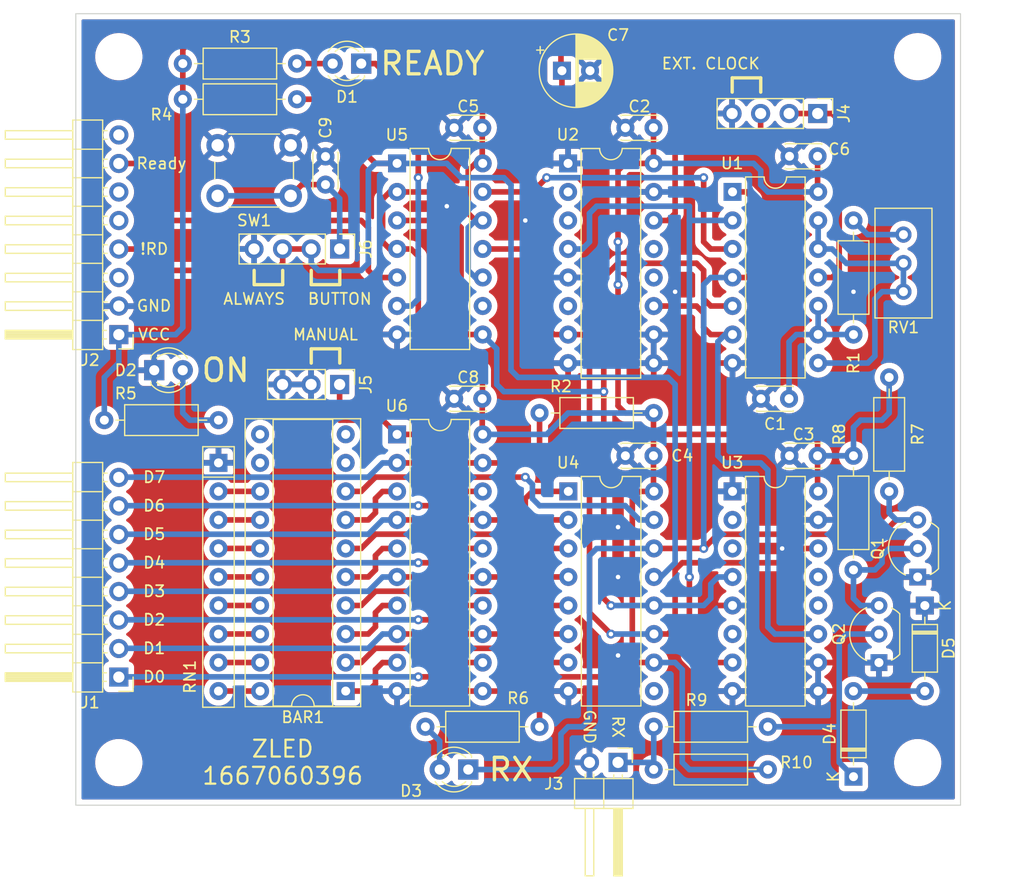
<source format=kicad_pcb>
(kicad_pcb (version 20211014) (generator pcbnew)
  (layers (0 "F.Cu" signal) (31 "B.Cu" signal) (34 "B.Paste" user) (35 "F.Paste" user) (36 "B.SilkS" user "B.Silkscreen") (37 "F.SilkS" user "F.Silkscreen") (38 "B.Mask" user) (39 "F.Mask" user) (44 "Edge.Cuts" user))
  (net 0 "")
  (net 1 "/DO7")
  (net 2 "/DO6")
  (net 3 "/DO5")
  (net 4 "/DO4")
  (net 5 "/DO3")
  (net 6 "/DO2")
  (net 7 "/DO1")
  (net 8 "/DO0")
  (net 13 "Net-(BAR1-Pad13)")
  (net 14 "Net-(BAR1-Pad14)")
  (net 15 "Net-(BAR1-Pad15)")
  (net 16 "Net-(BAR1-Pad16)")
  (net 17 "Net-(BAR1-Pad17)")
  (net 18 "Net-(BAR1-Pad18)")
  (net 19 "Net-(BAR1-Pad19)")
  (net 20 "Net-(BAR1-Pad20)")
  (net 21 "Net-(C1-Pad1)")
  (net 22 "GND")
  (net 23 "VCC")
  (net 24 "Net-(C9-Pad1)")
  (net 25 "Net-(D1-Pad1)")
  (net 26 "Net-(D1-Pad2)")
  (net 27 "/D0")
  (net 28 "/D1")
  (net 29 "/D2")
  (net 30 "/D3")
  (net 31 "/D4")
  (net 32 "/D5")
  (net 33 "/D6")
  (net 34 "/D7")
  (net 36 "Net-(J2-Pad4)")
  (net 39 "Net-(J2-Pad7)")
  (net 41 "Net-(J3-Pad1)")
  (net 42 "Net-(J4-Pad1)")
  (net 43 "Net-(J4-Pad3)")
  (net 44 "Net-(J5-Pad1)")
  (net 45 "Net-(R1-Pad2)")
  (net 46 "Net-(D3-Pad1)")
  (net 47 "Net-(U1-Pad2)")
  (net 48 "Net-(U1-Pad3)")
  (net 49 "Net-(U1-Pad5)")
  (net 50 "Net-(U1-Pad6)")
  (net 54 "Net-(U2-Pad7)")
  (net 64 "Net-(D2-Pad2)")
  (net 65 "Net-(U1-Pad12)")
  (net 66 "Net-(D3-Pad2)")
  (net 67 "Net-(D4-Pad1)")
  (net 68 "Net-(D4-Pad2)")
  (net 69 "Net-(Q1-Pad2)")
  (footprint "Button_Switch_THT:SW_PUSH_6mm" (layer "F.Cu") (at 132.005 73.95)
    (fp_text reference "SW1")
    (fp_text value "SW_Push")
  )
  (footprint "Package_DIP:DIP-14_W7.62mm" (layer "F.Cu") (at 147.975 75.56)
    (fp_text reference "U5")
    (fp_text value "74HC74")
  )
  (footprint "Capacitor_THT:C_Disc_D3.0mm_W2.0mm_P2.50mm" (layer "F.Cu") (at 182.86 96.52 180)
    (fp_text reference "C1")
    (fp_text value "560pF")
  )
  (footprint "Capacitor_THT:C_Disc_D3.0mm_W2.0mm_P2.50mm" (layer "F.Cu") (at 185.4 101.6 180)
    (fp_text reference "C3")
    (fp_text value "100nF")
  )
  (footprint "Resistor_THT:R_Axial_DIN0207_L6.3mm_D2.5mm_P10.16mm_Horizontal" (layer "F.Cu") (at 188.595 111.76 90)
    (fp_text reference "R8")
    (fp_text value "4k7")
  )
  (footprint "Connector_PinHeader_2.54mm:PinHeader_1x04_P2.54mm_Vertical" (layer "F.Cu") (at 185.41 71.12 -90)
    (fp_text reference "J4")
    (fp_text value "Clock select")
  )
  (footprint "LED_THT:LED_D3.0mm" (layer "F.Cu") (at 126.36 93.98)
    (fp_text reference "D2")
    (fp_text value "LED")
  )
  (footprint "Resistor_THT:R_Axial_DIN0207_L6.3mm_D2.5mm_P10.16mm_Horizontal" (layer "F.Cu") (at 160.655 97.79)
    (fp_text reference "R2")
    (fp_text value "10k")
  )
  (footprint "Capacitor_THT:C_Disc_D3.0mm_W2.0mm_P2.50mm" (layer "F.Cu") (at 185.4 74.93 180)
    (fp_text reference "C6")
    (fp_text value "100nF")
  )
  (footprint "Resistor_THT:R_Array_SIP9" (layer "F.Cu") (at 132.08 102.23 -90)
    (fp_text reference "RN1")
    (fp_text value "R_Network08")
  )
  (footprint "Package_TO_SOT_THT:TO-92_Inline_Wide" (layer "F.Cu") (at 190.86 120.015 90)
    (fp_text reference "Q2")
    (fp_text value "2N7000")
  )
  (footprint "Capacitor_THT:C_Disc_D3.0mm_W2.0mm_P2.50mm" (layer "F.Cu") (at 141.605 77.45 90)
    (fp_text reference "C9")
    (fp_text value "100nF")
  )
  (footprint "Connector_PinHeader_2.54mm:PinHeader_1x04_P2.54mm_Vertical" (layer "F.Cu") (at 142.865 83.185 -90)
    (fp_text reference "J6")
    (fp_text value "Mode select")
  )
  (footprint "Capacitor_THT:C_Disc_D3.0mm_W2.0mm_P2.50mm" (layer "F.Cu") (at 155.555 96.52 180)
    (fp_text reference "C8")
    (fp_text value "100nF")
  )
  (footprint "Resistor_THT:R_Axial_DIN0207_L6.3mm_D2.5mm_P10.16mm_Horizontal" (layer "F.Cu") (at 128.905 66.675)
    (fp_text reference "R3")
    (fp_text value "1k")
  )
  (footprint "Connector_PinHeader_2.54mm:PinHeader_1x08_P2.54mm_Horizontal" (layer "F.Cu") (at 123.21 90.81 180)
    (fp_text reference "J2")
    (fp_text value "CONTROL")
  )
  (footprint "Connector_PinHeader_2.54mm:PinHeader_1x03_P2.54mm_Vertical" (layer "F.Cu") (at 142.86 95.25 -90)
    (fp_text reference "J5")
    (fp_text value "LED enable")
  )
  (footprint "Resistor_THT:R_Axial_DIN0207_L6.3mm_D2.5mm_P10.16mm_Horizontal" (layer "F.Cu") (at 188.595 90.805 90)
    (fp_text reference "R1")
    (fp_text value "10k")
  )
  (footprint "LED_THT:LED_D3.0mm" (layer "F.Cu") (at 144.785 66.675 180)
    (fp_text reference "D1")
    (fp_text value "LED")
  )
  (footprint "Resistor_THT:R_Axial_DIN0207_L6.3mm_D2.5mm_P10.16mm_Horizontal" (layer "F.Cu") (at 121.92 98.425)
    (fp_text reference "R5")
    (fp_text value "1k")
  )
  (footprint "Connector_PinHeader_2.54mm:PinHeader_1x02_P2.54mm_Horizontal" (layer "F.Cu") (at 167.64 128.905 -90)
    (fp_text reference "J3")
    (fp_text value "RX")
  )
  (footprint "MountingHole:MountingHole_3.2mm_M3" (layer "F.Cu") (at 194.31 66.06)
    (fp_text reference "REF**")
    (fp_text value "MountingHole_3.2mm_M3")
  )
  (footprint "MountingHole:MountingHole_3.2mm_M3" (layer "F.Cu") (at 123.21 66.06)
    (fp_text reference "REF**")
    (fp_text value "MountingHole_3.2mm_M3")
  )
  (footprint "Package_DIP:DIP-20_W7.62mm_Socket" (layer "F.Cu") (at 143.4025 122.55 180)
    (fp_text reference "BAR1")
    (fp_text value "HDSP-4830_2")
  )
  (footprint "Diode_THT:D_DO-35_SOD27_P7.62mm_Horizontal" (layer "F.Cu") (at 188.595 130.175 90)
    (fp_text reference "D4")
    (fp_text value "15V")
  )
  (footprint "Diode_THT:D_DO-35_SOD27_P7.62mm_Horizontal" (layer "F.Cu") (at 194.945 114.935 -90)
    (fp_text reference "D5")
    (fp_text value "15V")
  )
  (footprint "Resistor_THT:R_Axial_DIN0207_L6.3mm_D2.5mm_P10.16mm_Horizontal" (layer "F.Cu") (at 191.77 104.775 90)
    (fp_text reference "R7")
    (fp_text value "1k")
  )
  (footprint "Resistor_THT:R_Axial_DIN0207_L6.3mm_D2.5mm_P10.16mm_Horizontal" (layer "F.Cu") (at 170.815 125.73)
    (fp_text reference "R9")
    (fp_text value "510")
  )
  (footprint "Package_DIP:DIP-16_W7.62mm" (layer "F.Cu") (at 163.215 104.77)
    (fp_text reference "U4")
    (fp_text value "74HC595")
  )
  (footprint "MountingHole:MountingHole_3.2mm_M3" (layer "F.Cu") (at 123.21 128.925)
    (fp_text reference "REF**")
    (fp_text value "MountingHole_3.2mm_M3")
  )
  (footprint "Capacitor_THT:C_Disc_D3.0mm_W2.0mm_P2.50mm" (layer "F.Cu") (at 170.795 101.6 180)
    (fp_text reference "C4")
    (fp_text value "100nF")
  )
  (footprint "Package_DIP:DIP-20_W7.62mm" (layer "F.Cu") (at 147.975 99.695)
    (fp_text reference "U6")
    (fp_text value "74LS244")
  )
  (footprint "Capacitor_THT:C_Disc_D3.0mm_W2.0mm_P2.50mm" (layer "F.Cu") (at 170.795 72.39 180)
    (fp_text reference "C2")
    (fp_text value "100nF")
  )
  (footprint "Package_DIP:DIP-14_W7.62mm" (layer "F.Cu") (at 177.83 78.1)
    (fp_text reference "U1")
    (fp_text value "74HC132")
  )
  (footprint "Resistor_THT:R_Axial_DIN0207_L6.3mm_D2.5mm_P10.16mm_Horizontal" (layer "F.Cu") (at 170.815 129.54)
    (fp_text reference "R10")
    (fp_text value "20k")
  )
  (footprint "MountingHole:MountingHole_3.2mm_M3" (layer "F.Cu") (at 194.31 128.925)
    (fp_text reference "REF**")
    (fp_text value "MountingHole_3.2mm_M3")
  )
  (footprint "Potentiometer_THT:Potentiometer_Bourns_3296W_Vertical" (layer "F.Cu") (at 193.04 81.905 90)
    (fp_text reference "RV1")
    (fp_text value "10k")
  )
  (footprint "Resistor_THT:R_Axial_DIN0207_L6.3mm_D2.5mm_P10.16mm_Horizontal" (layer "F.Cu") (at 160.655 125.73 180)
    (fp_text reference "R6")
    (fp_text value "1k")
  )
  (footprint "Resistor_THT:R_Axial_DIN0207_L6.3mm_D2.5mm_P10.16mm_Horizontal" (layer "F.Cu") (at 139.065 69.85 180)
    (fp_text reference "R4")
    (fp_text value "10k")
  )
  (footprint "LED_THT:LED_D3.0mm" (layer "F.Cu") (at 154.31 129.54 180)
    (fp_text reference "D3")
    (fp_text value "LED")
  )
  (footprint "Package_DIP:DIP-16_W7.62mm" (layer "F.Cu") (at 177.83 104.77)
    (fp_text reference "U3")
    (fp_text value "74HC191")
  )
  (footprint "Package_TO_SOT_THT:TO-92_Inline_Wide" (layer "F.Cu") (at 194.31 112.395 90)
    (fp_text reference "Q1")
    (fp_text value "2N7000")
  )
  (footprint "Capacitor_THT:C_Disc_D3.0mm_W2.0mm_P2.50mm" (layer "F.Cu") (at 155.555 72.39 180)
    (fp_text reference "C5")
    (fp_text value "100nF")
  )
  (footprint "Package_DIP:DIP-16_W7.62mm" (layer "F.Cu") (at 163.195 75.565)
    (fp_text reference "U2")
    (fp_text value "74HC191")
  )
  (footprint "Connector_PinHeader_2.54mm:PinHeader_1x08_P2.54mm_Horizontal" (layer "F.Cu") (at 123.21 121.305 180)
    (fp_text reference "J1")
    (fp_text value "DATA")
  )
  (footprint "Capacitor_THT:CP_Radial_D6.3mm_P2.50mm" (layer "F.Cu") (at 162.647621 67.31)
    (fp_text reference "C7")
    (fp_text value "100uF")
  )
  (gr_line (start 142.875 86.36) (end 142.875 85.09) (layer "F.SilkS") (width 0.3))
  (gr_line (start 140.335 86.36) (end 142.875 86.36) (layer "F.SilkS") (width 0.3))
  (gr_line (start 137.795 86.36) (end 137.795 85.09) (layer "F.SilkS") (width 0.3))
  (gr_line (start 180.34 67.945) (end 177.8 67.945) (layer "F.SilkS") (width 0.3))
  (gr_line (start 142.875 92.075) (end 140.335 92.075) (layer "F.SilkS") (width 0.3))
  (gr_line (start 142.875 93.345) (end 142.875 92.075) (layer "F.SilkS") (width 0.3))
  (gr_line (start 135.255 85.09) (end 135.255 86.36) (layer "F.SilkS") (width 0.3))
  (gr_line (start 180.34 69.215) (end 180.34 67.945) (layer "F.SilkS") (width 0.3))
  (gr_line (start 177.8 67.945) (end 177.8 69.215) (layer "F.SilkS") (width 0.3))
  (gr_line (start 135.255 86.36) (end 137.795 86.36) (layer "F.SilkS") (width 0.3))
  (gr_line (start 140.335 92.075) (end 140.335 93.345) (layer "F.SilkS") (width 0.3))
  (gr_line (start 140.335 85.09) (end 140.335 86.36) (layer "F.SilkS") (width 0.3))
  (gr_rect (start 119.38 62.23) (end 198.12 132.715) (layer "Edge.Cuts") (width 0.1) (fill none))
  (gr_text "D1" (at 126.365 118.745) (layer "F.SilkS") (effects (font (size 1 1))))
  (gr_text "RX" (at 167.64 125.73 -90) (layer "F.SilkS") (effects (font (size 1 1))))
  (gr_text "GND" (at 165.1 125.73 -90) (layer "F.SilkS") (effects (font (size 1 1))))
  (gr_text "ZLED\n1667060396" (at 137.795 128.905) (layer "F.SilkS") (effects (font (size 1.5 1.5) (thickness 0.2))))
  (gr_text "D7" (at 126.365 103.505) (layer "F.SilkS") (effects (font (size 1 1))))
  (gr_text "D3" (at 126.365 113.665) (layer "F.SilkS") (effects (font (size 1 1))))
  (gr_text "BUTTON" (at 142.875 87.63) (layer "F.SilkS") (effects (font (size 1 1))))
  (gr_text "EXT. CLOCK" (at 175.895 66.675) (layer "F.SilkS") (effects (font (size 1 1))))
  (gr_text "D2" (at 126.365 116.205) (layer "F.SilkS") (effects (font (size 1 1))))
  (gr_text "RX" (at 158.115 129.54) (layer "F.SilkS") (effects (font (size 2 2) (thickness 0.3))))
  (gr_text "Ready" (at 127 75.565) (layer "F.SilkS") (effects (font (size 1 1))))
  (gr_text "READY" (at 151.13 66.675) (layer "F.SilkS") (effects (font (size 2 2) (thickness 0.3))))
  (gr_text "MANUAL" (at 141.605 90.805) (layer "F.SilkS") (effects (font (size 1 1))))
  (gr_text "ALWAYS" (at 135.255 87.63) (layer "F.SilkS") (effects (font (size 1 1))))
  (gr_text "ON" (at 132.715 93.98) (layer "F.SilkS") (effects (font (size 2 2) (thickness 0.3))))
  (gr_text "D5" (at 126.365 108.585) (layer "F.SilkS") (effects (font (size 1 1))))
  (gr_text "VCC" (at 126.365 90.805) (layer "F.SilkS") (effects (font (size 1 1))))
  (gr_text "D4" (at 126.365 111.125) (layer "F.SilkS") (effects (font (size 1 1))))
  (gr_text "D6" (at 126.365 106.045) (layer "F.SilkS") (effects (font (size 1 1))))
  (gr_text "!RD" (at 126.365 83.185) (layer "F.SilkS") (effects (font (size 1 1))))
  (gr_text "GND" (at 126.345 88.245) (layer "F.SilkS") (effects (font (size 1 1))))
  (gr_text "D0" (at 126.365 121.285) (layer "F.SilkS") (effects (font (size 1 1))))
  (segment (start 146.05 103.5) (end 144.78 104.77) (width 0.5) (layer "F.Cu") (net 1))
  (segment (start 155.59 104.77) (end 155.595 104.775) (width 0.5) (layer "F.Cu") (net 1))
  (segment (start 150.495 104.77) (end 155.59 104.77) (width 0.5) (layer "F.Cu") (net 1))
  (segment (start 149.225 103.5) (end 146.05 103.5) (width 0.5) (layer "F.Cu") (net 1))
  (segment (start 149.225 103.5) (end 150.495 104.77) (width 0.5) (layer "F.Cu") (net 1))
  (segment (start 144.78 104.77) (end 143.4025 104.77) (width 0.5) (layer "F.Cu") (net 1))
  (segment (start 146.05 105.405) (end 146.05 106.675) (width 0.5) (layer "F.Cu") (net 2))
  (segment (start 145.415 107.31) (end 143.4025 107.31) (width 0.5) (layer "F.Cu") (net 2))
  (segment (start 146.05 106.675) (end 145.415 107.31) (width 0.5) (layer "F.Cu") (net 2))
  (segment (start 146.68 104.775) (end 146.05 105.405) (width 0.5) (layer "F.Cu") (net 2))
  (segment (start 147.975 104.775) (end 146.68 104.775) (width 0.5) (layer "F.Cu") (net 2))
  (segment (start 150.495 109.85) (end 155.59 109.85) (width 0.5) (layer "F.Cu") (net 3))
  (segment (start 149.225 108.58) (end 146.05 108.58) (width 0.5) (layer "F.Cu") (net 3))
  (segment (start 144.78 109.85) (end 143.4025 109.85) (width 0.5) (layer "F.Cu") (net 3))
  (segment (start 149.225 108.58) (end 150.495 109.85) (width 0.5) (layer "F.Cu") (net 3))
  (segment (start 146.05 108.58) (end 144.78 109.85) (width 0.5) (layer "F.Cu") (net 3))
  (segment (start 155.59 109.85) (end 155.595 109.855) (width 0.5) (layer "F.Cu") (net 3))
  (segment (start 145.415 112.39) (end 143.4025 112.39) (width 0.5) (layer "F.Cu") (net 4))
  (segment (start 147.975 109.855) (end 146.68 109.855) (width 0.5) (layer "F.Cu") (net 4))
  (segment (start 146.05 111.755) (end 145.415 112.39) (width 0.5) (layer "F.Cu") (net 4))
  (segment (start 146.05 110.485) (end 146.05 111.755) (width 0.5) (layer "F.Cu") (net 4))
  (segment (start 146.68 109.855) (end 146.05 110.485) (width 0.5) (layer "F.Cu") (net 4))
  (segment (start 149.225 113.66) (end 146.05 113.66) (width 0.5) (layer "F.Cu") (net 5))
  (segment (start 144.78 114.93) (end 143.4025 114.93) (width 0.5) (layer "F.Cu") (net 5))
  (segment (start 149.225 113.66) (end 150.495 114.93) (width 0.5) (layer "F.Cu") (net 5))
  (segment (start 146.05 113.66) (end 144.78 114.93) (width 0.5) (layer "F.Cu") (net 5))
  (segment (start 150.495 114.93) (end 155.59 114.93) (width 0.5) (layer "F.Cu") (net 5))
  (segment (start 155.59 114.93) (end 155.595 114.935) (width 0.5) (layer "F.Cu") (net 5))
  (segment (start 146.05 115.565) (end 146.05 116.835) (width 0.5) (layer "F.Cu") (net 6))
  (segment (start 146.68 114.935) (end 146.05 115.565) (width 0.5) (layer "F.Cu") (net 6))
  (segment (start 147.975 114.935) (end 146.68 114.935) (width 0.5) (layer "F.Cu") (net 6))
  (segment (start 145.415 117.47) (end 143.4025 117.47) (width 0.5) (layer "F.Cu") (net 6))
  (segment (start 146.05 116.835) (end 145.415 117.47) (width 0.5) (layer "F.Cu") (net 6))
  (segment (start 150.495 120.01) (end 155.59 120.01) (width 0.5) (layer "F.Cu") (net 7))
  (segment (start 144.78 120.01) (end 143.4025 120.01) (width 0.5) (layer "F.Cu") (net 7))
  (segment (start 155.59 120.01) (end 155.595 120.015) (width 0.5) (layer "F.Cu") (net 7))
  (segment (start 149.225 118.74) (end 146.05 118.74) (width 0.5) (layer "F.Cu") (net 7))
  (segment (start 146.05 118.74) (end 144.78 120.01) (width 0.5) (layer "F.Cu") (net 7))
  (segment (start 149.225 118.74) (end 150.495 120.01) (width 0.5) (layer "F.Cu") (net 7))
  (segment (start 145.415 122.55) (end 143.4025 122.55) (width 0.5) (layer "F.Cu") (net 8))
  (segment (start 147.975 120.015) (end 146.68 120.015) (width 0.5) (layer "F.Cu") (net 8))
  (segment (start 146.68 120.015) (end 146.05 120.645) (width 0.5) (layer "F.Cu") (net 8))
  (segment (start 146.05 120.645) (end 146.05 121.915) (width 0.5) (layer "F.Cu") (net 8))
  (segment (start 146.05 121.915) (end 145.415 122.55) (width 0.5) (layer "F.Cu") (net 8))
  (segment (start 132.08 104.77) (end 135.7825 104.77) (width 0.5) (layer "F.Cu") (net 13))
  (segment (start 135.7825 107.31) (end 132.08 107.31) (width 0.5) (layer "F.Cu") (net 14))
  (segment (start 132.08 109.85) (end 135.7825 109.85) (width 0.5) (layer "F.Cu") (net 15))
  (segment (start 135.7825 112.39) (end 132.08 112.39) (width 0.5) (layer "F.Cu") (net 16))
  (segment (start 132.08 114.93) (end 135.7825 114.93) (width 0.5) (layer "F.Cu") (net 17))
  (segment (start 132.08 117.47) (end 135.7825 117.47) (width 0.5) (layer "F.Cu") (net 18))
  (segment (start 135.7825 120.01) (end 132.08 120.01) (width 0.5) (layer "F.Cu") (net 19))
  (segment (start 132.08 122.55) (end 135.7825 122.55) (width 0.5) (layer "F.Cu") (net 20))
  (segment (start 185.45 90.8) (end 188.59 90.8) (width 0.5) (layer "B.Cu") (net 21))
  (segment (start 183.515 90.805) (end 185.445 90.805) (width 0.5) (layer "B.Cu") (net 21))
  (segment (start 182.86 91.46) (end 183.515 90.805) (width 0.5) (layer "B.Cu") (net 21))
  (segment (start 188.59 90.8) (end 188.595 90.805) (width 0.5) (layer "B.Cu") (net 21))
  (segment (start 185.45 90.8) (end 185.45 88.26) (width 0.5) (layer "B.Cu") (net 21))
  (segment (start 182.86 96.52) (end 182.86 91.46) (width 0.5) (layer "B.Cu") (net 21))
  (segment (start 185.445 90.805) (end 185.45 90.8) (width 0.5) (layer "B.Cu") (net 21))
  (via (at 167.64 112.395) (size 0.8) (drill 0.4) (layers "F.Cu" "B.Cu") (net 22))
  (via (at 182.245 109.855) (size 0.8) (drill 0.4) (layers "F.Cu" "B.Cu") (net 22))
  (via (at 152.4 79.375) (size 0.8) (drill 0.4) (layers "F.Cu" "B.Cu") (net 22))
  (via (at 172.72 86.995) (size 0.8) (drill 0.4) (layers "F.Cu" "B.Cu") (net 22))
  (via (at 159.385 80.645) (size 0.8) (drill 0.4) (layers "F.Cu" "B.Cu") (net 22))
  (via (at 167.64 119.38) (size 0.8) (drill 0.4) (layers "F.Cu" "B.Cu") (net 22))
  (via (at 188.595 86.995) (size 0.8) (drill 0.4) (layers "F.Cu" "B.Cu") (net 22))
  (via (at 167.64 107.95) (size 0.8) (drill 0.4) (layers "F.Cu" "B.Cu") (net 22))
  (segment (start 138.85 74.295) (end 138.505 73.95) (width 0.5) (layer "B.Cu") (net 22))
  (segment (start 147.325 78.1) (end 146.685 78.74) (width 0.5) (layer "F.Cu") (net 23))
  (segment (start 162.56 65.405) (end 162.56 67.222379) (width 0.5) (layer "F.Cu") (net 23))
  (segment (start 162.56 67.222379) (end 162.647621 67.31) (width 0.5) (layer "F.Cu") (net 23))
  (segment (start 147.98 83.185) (end 149.225 83.185) (width 0.5) (layer "F.Cu") (net 23))
  (segment (start 170.795 99.675) (end 170.795 97.81) (width 0.5) (layer "F.Cu") (net 23))
  (segment (start 167.64 86.36) (end 167.64 97.155) (width 0.5) (layer "F.Cu") (net 23))
  (segment (start 185.4 100.31) (end 184.785 99.695) (width 0.5) (layer "F.Cu") (net 23))
  (segment (start 128.905 66.675) (end 128.905 69.85) (width 0.5) (layer "F.Cu") (net 23))
  (segment (start 154.305 80.01) (end 154.94 80.645) (width 0.5) (layer "F.Cu") (net 23))
  (segment (start 155.575 96.5) (end 155.555 96.52) (width 0.5) (layer "F.Cu") (net 23))
  (segment (start 167.64 97.155) (end 168.275 97.79) (width 0.5) (layer "F.Cu") (net 23))
  (segment (start 185.4 101.6) (end 185.4 100.31) (width 0.5) (layer "F.Cu") (net 23))
  (segment (start 147.315 83.18) (end 146.685 82.55) (width 0.5) (layer "F.Cu") (net 23))
  (segment (start 185.4 78.05) (end 185.45 78.1) (width 0.5) (layer "F.Cu") (net 23))
  (segment (start 147.975 83.18) (end 147.98 83.185) (width 0.5) (layer "F.Cu") (net 23))
  (segment (start 155.555 99.655) (end 155.595 99.695) (width 0.5) (layer "F.Cu") (net 23))
  (segment (start 155.595 75.56) (end 154.945 75.56) (width 0.5) (layer "F.Cu") (net 23))
  (segment (start 168.91 120.015) (end 168.91 120.65) (width 0.5) (layer "F.Cu") (net 23))
  (segment (start 147.975 83.18) (end 147.315 83.18) (width 0.5) (layer "F.Cu") (net 23))
  (segment (start 155.555 75.52) (end 155.595 75.56) (width 0.5) (layer "F.Cu") (net 23))
  (segment (start 146.685 78.74) (end 146.685 82.55) (width 0.5) (layer "F.Cu") (net 23))
  (segment (start 170.795 97.81) (end 170.815 97.79) (width 0.5) (layer "F.Cu") (net 23))
  (segment (start 162.647621 67.31) (end 162.647621 69.762379) (width 0.5) (layer "F.Cu") (net 23))
  (segment (start 170.18 69.85) (end 162.56 69.85) (width 0.5) (layer "F.Cu") (net 23))
  (segment (start 155.575 72.37) (end 155.555 72.39) (width 0.5) (layer "F.Cu") (net 23))
  (segment (start 147.98 78.105) (end 154.305 78.105) (width 0.5) (layer "F.Cu") (net 23))
  (segment (start 170.795 75.545) (end 170.815 75.565) (width 0.5) (layer "F.Cu") (net 23))
  (segment (start 128.905 65.405) (end 129.54 64.77) (width 0.5) (layer "F.Cu") (net 23))
  (segment (start 154.94 80.645) (end 155.59 80.645) (width 0.5) (layer "F.Cu") (net 23))
  (segment (start 156.21 69.85) (end 155.575 70.485) (width 0.5) (layer "F.Cu") (net 23))
  (segment (start 168.275 97.79) (end 170.815 97.79) (width 0.5) (layer "F.Cu") (net 23))
  (segment (start 168.915 120.01) (end 168.91 120.015) (width 0.5) (layer "F.Cu") (net 23))
  (segment (start 162.647621 69.762379) (end 162.56 69.85) (width 0.5) (layer "F.Cu") (net 23))
  (segment (start 129.54 64.77) (end 161.925 64.77) (width 0.5) (layer "F.Cu") (net 23))
  (segment (start 149.86 92.71) (end 150.495 93.345) (width 0.5) (layer "F.Cu") (net 23))
  (segment (start 160.655 125.73) (end 160.655 121.92) (width 0.5) (layer "F.Cu") (net 23))
  (segment (start 150.495 93.345) (end 154.94 93.345) (width 0.5) (layer "F.Cu") (net 23))
  (segment (start 170.795 104.73) (end 170.835 104.77) (width 0.5) (layer "F.Cu") (net 23))
  (segment (start 161.29 121.285) (end 168.275 121.285) (width 0.5) (layer "F.Cu") (net 23))
  (segment (start 155.575 93.98) (end 155.575 96.5) (width 0.5) (layer "F.Cu") (net 23))
  (segment (start 154.945 75.56) (end 154.305 76.2) (width 0.5) (layer "F.Cu") (net 23))
  (segment (start 168.91 105.41) (end 169.545 104.775) (width 0.5) (layer "F.Cu") (net 23))
  (segment (start 185.4 74.93) (end 185.4 78.05) (width 0.5) (layer "F.Cu") (net 23))
  (segment (start 185.4 101.6) (end 185.4 104.72) (width 0.5) (layer "F.Cu") (net 23))
  (segment (start 149.225 83.185) (end 149.86 83.82) (width 0.5) (layer "F.Cu") (net 23))
  (segment (start 170.795 101.6) (end 170.795 99.675) (width 0.5) (layer "F.Cu") (net 23))
  (segment (start 168.91 105.41) (end 168.91 120.015) (width 0.5) (layer "F.Cu") (net 23))
  (segment (start 170.795 101.6) (end 170.795 104.73) (width 0.5) (layer "F.Cu") (net 23))
  (segment (start 147.975 78.1) (end 147.325 78.1) (width 0.5) (layer "F.Cu") (net 23))
  (segment (start 155.575 70.485) (end 155.575 72.37) (width 0.5) (layer "F.Cu") (net 23))
  (segment (start 170.795 72.39) (end 170.795 75.545) (width 0.5) (layer "F.Cu") (net 23))
  (segment (start 184.785 99.695) (end 170.815 99.695) (width 0.5) (layer "F.Cu") (net 23))
  (segment (start 167.64 76.2) (end 167.64 82.55) (width 0.5) (layer "F.Cu") (net 23))
  (segment (start 154.305 76.2) (end 154.305 78.105) (width 0.5) (layer "F.Cu") (net 23))
  (segment (start 185.4 104.72) (end 185.45 104.77) (width 0.5) (layer "F.Cu") (net 23))
  (segment (start 155.555 72.39) (end 155.555 75.52) (width 0.5) (layer "F.Cu") (net 23))
  (segment (start 149.86 83.82) (end 149.86 92.71) (width 0.5) (layer "F.Cu") (net 23))
  (segment (start 170.815 75.565) (end 168.275 75.565) (width 0.5) (layer "F.Cu") (net 23))
  (segment (start 168.275 121.285) (end 168.91 120.65) (width 0.5) (layer "F.Cu") (net 23))
  (segment (start 160.655 121.92) (end 161.29 121.285) (width 0.5) (layer "F.Cu") (net 23))
  (segment (start 170.815 99.695) (end 170.795 99.675) (width 0.5) (layer "F.Cu") (net 23))
  (segment (start 162.56 69.85) (end 156.21 69.85) (width 0.5) (layer "F.Cu") (net 23))
  (segment (start 161.925 64.77) (end 162.56 65.405) (width 0.5) (layer "F.Cu") (net 23))
  (segment (start 154.305 78.105) (end 154.305 80.01) (width 0.5) (layer "F.Cu") (net 23))
  (segment (start 154.94 93.345) (end 155.575 93.98) (width 0.5) (layer "F.Cu") (net 23))
  (segment (start 170.835 120.01) (end 168.915 120.01) (width 0.5) (layer "F.Cu") (net 23))
  (segment (start 170.83 104.775) (end 170.835 104.77) (width 0.5) (layer "F.Cu") (net 23))
  (segment (start 128.905 66.675) (end 128.905 65.405) (width 0.5) (layer "F.Cu") (net 23))
  (segment (start 170.795 72.39) (end 170.795 70.465) (width 0.5) (layer "F.Cu") (net 23))
  (segment (start 170.795 70.465) (end 170.18 69.85) (width 0.5) (layer "F.Cu") (net 23))
  (segment (start 168.275 75.565) (end 167.64 76.2) (width 0.5) (layer "F.Cu") (net 23))
  (segment (start 155.555 96.52) (end 155.555 99.655) (width 0.5) (layer "F.Cu") (net 23))
  (segment (start 169.545 104.775) (end 170.83 104.775) (width 0.5) (layer "F.Cu") (net 23))
  (segment (start 155.59 80.645) (end 155.595 80.64) (width 0.5) (layer "F.Cu") (net 23))
  (segment (start 147.975 78.1) (end 147.98 78.105) (width 0.5) (layer "F.Cu") (net 23))
  (via (at 167.64 82.55) (size 0.8) (drill 0.4) (layers "F.Cu" "B.Cu") (net 23))
  (via (at 167.64 86.36) (size 0.8) (drill 0.4) (layers "F.Cu" "B.Cu") (net 23))
  (segment (start 167.64 82.55) (end 167.64 86.36) (width 0.5) (layer "B.Cu") (net 23))
  (segment (start 185.445 78.105) (end 185.45 78.1) (width 0.5) (layer "B.Cu") (net 23))
  (segment (start 189.23 98.425) (end 191.135 98.425) (width 0.5) (layer "B.Cu") (net 23))
  (segment (start 173.355 128.905) (end 173.99 129.54) (width 0.5) (layer "B.Cu") (net 23))
  (segment (start 191.135 98.425) (end 191.77 97.79) (width 0.5) (layer "B.Cu") (net 23))
  (segment (start 154.305 85.09) (end 154.94 85.725) (width 0.5) (layer "B.Cu") (net 23))
  (segment (start 154.305 81.28) (end 154.305 85.09) (width 0.5) (layer "B.Cu") (net 23))
  (segment (start 161.29 99.695) (end 155.595 99.695) (width 0.5) (layer "B.Cu") (net 23))
  (segment (start 180.34 77.47) (end 180.975 78.105) (width 0.5) (layer "B.Cu") (net 23))
  (segment (start 185.4 101.6) (end 188.595 101.6) (width 0.5) (layer "B.Cu") (net 23))
  (segment (start 170.835 120.01) (end 172.715 120.01) (width 0.5) (layer "B.Cu") (net 23))
  (segment (start 188.595 99.06) (end 189.23 98.425) (width 0.5) (layer "B.Cu") (net 23))
  (segment (start 173.99 129.54) (end 180.975 129.54) (width 0.5) (layer "B.Cu") (net 23))
  (segment (start 154.94 85.725) (end 155.59 85.725) (width 0.5) (layer "B.Cu") (net 23))
  (segment (start 180.34 76.2) (end 180.34 77.47) (width 0.5) (layer "B.Cu") (net 23))
  (segment (start 123.21 90.81) (end 128.265 90.81) (width 0.5) (layer "B.Cu") (net 23))
  (segment (start 163.195 97.79) (end 161.29 99.695) (width 0.5) (layer "B.Cu") (net 23))
  (segment (start 123.21 93.325) (end 121.92 94.615) (width 0.5) (layer "B.Cu") (net 23))
  (segment (start 155.595 80.64) (end 154.945 80.64) (width 0.5) (layer "B.Cu") (net 23))
  (segment (start 155.59 85.725) (end 155.595 85.72) (width 0.5) (layer "B.Cu") (net 23))
  (segment (start 173.355 120.65) (end 173.355 128.905) (width 0.5) (layer "B.Cu") (net 23))
  (segment (start 154.945 80.64) (end 154.305 81.28) (width 0.5) (layer "B.Cu") (net 23))
  (segment (start 123.21 90.81) (end 123.21 93.325) (width 0.5) (layer "B.Cu") (net 23))
  (segment (start 170.815 75.565) (end 179.705 75.565) (width 0.5) (layer "B.Cu") (net 23))
  (segment (start 180.975 78.105) (end 185.445 78.105) (width 0.5) (layer "B.Cu") (net 23))
  (segment (start 179.705 75.565) (end 180.34 76.2) (width 0.5) (layer "B.Cu") (net 23))
  (segment (start 172.715 120.01) (end 173.355 120.65) (width 0.5) (layer "B.Cu") (net 23))
  (segment (start 170.815 97.79) (end 163.195 97.79) (width 0.5) (layer "B.Cu") (net 23))
  (segment (start 188.595 101.6) (end 188.595 99.06) (width 0.5) (layer "B.Cu") (net 23))
  (segment (start 128.905 90.17) (end 128.905 69.85) (width 0.5) (layer "B.Cu") (net 23))
  (segment (start 191.77 97.79) (end 191.77 94.615) (width 0.5) (layer "B.Cu") (net 23))
  (segment (start 121.92 94.615) (end 121.92 98.425) (width 0.5) (layer "B.Cu") (net 23))
  (segment (start 128.265 90.81) (end 128.905 90.17) (width 0.5) (layer "B.Cu") (net 23))
  (segment (start 139.505 77.45) (end 138.505 78.45) (width 0.5) (layer "F.Cu") (net 24))
  (segment (start 141.605 77.45) (end 139.505 77.45) (width 0.5) (layer "F.Cu") (net 24))
  (segment (start 132.005 78.45) (end 138.505 78.45) (width 0.5) (layer "B.Cu") (net 24))
  (segment (start 142.865 83.185) (end 142.865 78.71) (width 0.5) (layer "B.Cu") (net 24))
  (segment (start 142.865 78.71) (end 141.605 77.45) (width 0.5) (layer "B.Cu") (net 24))
  (segment (start 147.32 73.025) (end 146.685 72.39) (width 0.5) (layer "F.Cu") (net 25))
  (segment (start 146.685 72.39) (end 146.685 67.31) (width 0.5) (layer "F.Cu") (net 25))
  (segment (start 149.86 73.66) (end 149.225 73.025) (width 0.5) (layer "F.Cu") (net 25))
  (segment (start 149.86 76.835) (end 149.86 73.66) (width 0.5) (layer "F.Cu") (net 25))
  (segment (start 146.685 67.31) (end 146.05 66.675) (width 0.5) (layer "F.Cu") (net 25))
  (segment (start 149.225 73.025) (end 147.32 73.025) (width 0.5) (layer "F.Cu") (net 25))
  (segment (start 146.05 66.675) (end 144.785 66.675) (width 0.5) (layer "F.Cu") (net 25))
  (via (at 149.86 76.835) (size 0.8) (drill 0.4) (layers "F.Cu" "B.Cu") (net 25))
  (segment (start 149.225 88.265) (end 147.98 88.265) (width 0.5) (layer "B.Cu") (net 25))
  (segment (start 147.98 88.265) (end 147.975 88.26) (width 0.5) (layer "B.Cu") (net 25))
  (segment (start 149.86 76.835) (end 149.86 87.63) (width 0.5) (layer "B.Cu") (net 25))
  (segment (start 149.86 87.63) (end 149.225 88.265) (width 0.5) (layer "B.Cu") (net 25))
  (segment (start 142.245 66.675) (end 139.065 66.675) (width 0.5) (layer "F.Cu") (net 26))
  (segment (start 155.595 122.555) (end 154.305 122.555) (width 0.5) (layer "F.Cu") (net 27))
  (segment (start 160.025 120.01) (end 159.385 120.65) (width 0.5) (layer "F.Cu") (net 27))
  (segment (start 153.035 121.285) (end 149.86 121.285) (width 0.5) (layer "F.Cu") (net 27))
  (segment (start 159.385 121.92) (end 158.75 122.555) (width 0.5) (layer "F.Cu") (net 27))
  (segment (start 159.385 120.65) (end 159.385 121.92) (width 0.5) (layer "F.Cu") (net 27))
  (segment (start 163.215 120.01) (end 160.025 120.01) (width 0.5) (layer "F.Cu") (net 27))
  (segment (start 158.75 122.555) (end 155.595 122.555) (width 0.5) (layer "F.Cu") (net 27))
  (segment (start 154.305 122.555) (end 153.035 121.285) (width 0.5) (layer "F.Cu") (net 27))
  (via (at 149.86 121.285) (size 0.8) (drill 0.4) (layers "F.Cu" "B.Cu") (net 27))
  (segment (start 149.86 121.285) (end 123.23 121.285) (width 0.5) (layer "B.Cu") (net 27))
  (segment (start 123.23 121.285) (end 123.21 121.305) (width 0.5) (layer "B.Cu") (net 27))
  (segment (start 159.385 118.745) (end 151.135 118.745) (width 0.5) (layer "F.Cu") (net 28))
  (segment (start 151.135 118.745) (end 149.86 117.47) (width 0.5) (layer "F.Cu") (net 28))
  (segment (start 147.98 117.47) (end 147.975 117.475) (width 0.5) (layer "F.Cu") (net 28))
  (segment (start 163.215 117.47) (end 160.66 117.47) (width 0.5) (layer "F.Cu") (net 28))
  (segment (start 160.66 117.47) (end 159.385 118.745) (width 0.5) (layer "F.Cu") (net 28))
  (segment (start 149.86 117.47) (end 147.98 117.47) (width 0.5) (layer "F.Cu") (net 28))
  (segment (start 146.685 117.475) (end 145.415 118.745) (width 0.5) (layer "B.Cu") (net 28))
  (segment (start 123.23 118.745) (end 123.21 118.765) (width 0.5) (layer "B.Cu") (net 28))
  (segment (start 147.975 117.475) (end 146.685 117.475) (width 0.5) (layer "B.Cu") (net 28))
  (segment (start 145.415 118.745) (end 123.23 118.745) (width 0.5) (layer "B.Cu") (net 28))
  (segment (start 163.215 114.93) (end 160.025 114.93) (width 0.5) (layer "F.Cu") (net 29))
  (segment (start 155.595 117.475) (end 154.305 117.475) (width 0.5) (layer "F.Cu") (net 29))
  (segment (start 154.305 117.475) (end 153.035 116.205) (width 0.5) (layer "F.Cu") (net 29))
  (segment (start 160.025 114.93) (end 159.385 115.57) (width 0.5) (layer "F.Cu") (net 29))
  (segment (start 159.385 116.84) (end 158.75 117.475) (width 0.5) (layer "F.Cu") (net 29))
  (segment (start 159.385 115.57) (end 159.385 116.84) (width 0.5) (layer "F.Cu") (net 29))
  (segment (start 158.75 117.475) (end 155.595 117.475) (width 0.5) (layer "F.Cu") (net 29))
  (segment (start 153.035 116.205) (end 149.86 116.205) (width 0.5) (layer "F.Cu") (net 29))
  (via (at 149.86 116.205) (size 0.8) (drill 0.4) (layers "F.Cu" "B.Cu") (net 29))
  (segment (start 123.23 116.205) (end 123.21 116.225) (width 0.5) (layer "B.Cu") (net 29))
  (segment (start 149.86 116.205) (end 123.23 116.205) (width 0.5) (layer "B.Cu") (net 29))
  (segment (start 151.135 113.665) (end 149.86 112.39) (width 0.5) (layer "F.Cu") (net 30))
  (segment (start 149.86 112.39) (end 147.98 112.39) (width 0.5) (layer "F.Cu") (net 30))
  (segment (start 163.215 112.39) (end 160.66 112.39) (width 0.5) (layer "F.Cu") (net 30))
  (segment (start 159.385 113.665) (end 151.135 113.665) (width 0.5) (layer "F.Cu") (net 30))
  (segment (start 160.66 112.39) (end 159.385 113.665) (width 0.5) (layer "F.Cu") (net 30))
  (segment (start 147.98 112.39) (end 147.975 112.395) (width 0.5) (layer "F.Cu") (net 30))
  (segment (start 145.415 113.665) (end 123.23 113.665) (width 0.5) (layer "B.Cu") (net 30))
  (segment (start 146.685 112.395) (end 145.415 113.665) (width 0.5) (layer "B.Cu") (net 30))
  (segment (start 123.23 113.665) (end 123.21 113.685) (width 0.5) (layer "B.Cu") (net 30))
  (segment (start 147.975 112.395) (end 146.685 112.395) (width 0.5) (layer "B.Cu") (net 30))
  (segment (start 159.385 111.76) (end 158.75 112.395) (width 0.5) (layer "F.Cu") (net 31))
  (segment (start 155.595 112.395) (end 154.305 112.395) (width 0.5) (layer "F.Cu") (net 31))
  (segment (start 154.305 112.395) (end 153.035 111.125) (width 0.5) (layer "F.Cu") (net 31))
  (segment (start 153.035 111.125) (end 149.86 111.125) (width 0.5) (layer "F.Cu") (net 31))
  (segment (start 159.385 110.49) (end 159.385 111.76) (width 0.5) (layer "F.Cu") (net 31))
  (segment (start 163.215 109.85) (end 160.025 109.85) (width 0.5) (layer "F.Cu") (net 31))
  (segment (start 158.75 112.395) (end 155.595 112.395) (width 0.5) (layer "F.Cu") (net 31))
  (segment (start 160.025 109.85) (end 159.385 110.49) (width 0.5) (layer "F.Cu") (net 31))
  (via (at 149.86 111.125) (size 0.8) (drill 0.4) (layers "F.Cu" "B.Cu") (net 31))
  (segment (start 123.23 111.125) (end 123.21 111.145) (width 0.5) (layer "B.Cu") (net 31))
  (segment (start 149.86 111.125) (end 123.23 111.125) (width 0.5) (layer "B.Cu") (net 31))
  (segment (start 147.98 107.31) (end 147.975 107.315) (width 0.5) (layer "F.Cu") (net 32))
  (segment (start 163.215 107.31) (end 160.66 107.31) (width 0.5) (layer "F.Cu") (net 32))
  (segment (start 160.66 107.31) (end 159.385 108.585) (width 0.5) (layer "F.Cu") (net 32))
  (segment (start 151.135 108.585) (end 149.86 107.31) (width 0.5) (layer "F.Cu") (net 32))
  (segment (start 159.385 108.585) (end 151.135 108.585) (width 0.5) (layer "F.Cu") (net 32))
  (segment (start 149.86 107.31) (end 147.98 107.31) (width 0.5) (layer "F.Cu") (net 32))
  (segment (start 123.23 108.585) (end 123.21 108.605) (width 0.5) (layer "B.Cu") (net 32))
  (segment (start 146.685 107.315) (end 145.415 108.585) (width 0.5) (layer "B.Cu") (net 32))
  (segment (start 145.415 108.585) (end 123.23 108.585) (width 0.5) (layer "B.Cu") (net 32))
  (segment (start 147.975 107.315) (end 146.685 107.315) (width 0.5) (layer "B.Cu") (net 32))
  (segment (start 159.385 106.68) (end 158.75 107.315) (width 0.5) (layer "F.Cu") (net 33))
  (segment (start 160.025 104.77) (end 159.385 105.41) (width 0.5) (layer "F.Cu") (net 33))
  (segment (start 163.215 104.77) (end 160.025 104.77) (width 0.5) (layer "F.Cu") (net 33))
  (segment (start 153.035 106.045) (end 149.86 106.045) (width 0.5) (layer "F.Cu") (net 33))
  (segment (start 155.595 107.315) (end 154.305 107.315) (width 0.5) (layer "F.Cu") (net 33))
  (segment (start 158.75 107.315) (end 155.595 107.315) (width 0.5) (layer "F.Cu") (net 33))
  (segment (start 154.305 107.315) (end 153.035 106.045) (width 0.5) (layer "F.Cu") (net 33))
  (segment (start 159.385 105.41) (end 159.385 106.68) (width 0.5) (layer "F.Cu") (net 33))
  (via (at 149.86 106.045) (size 0.8) (drill 0.4) (layers "F.Cu" "B.Cu") (net 33))
  (segment (start 149.86 106.045) (end 123.23 106.045) (width 0.5) (layer "B.Cu") (net 33))
  (segment (start 123.23 106.045) (end 123.21 106.065) (width 0.5) (layer "B.Cu") (net 33))
  (segment (start 151.13 103.5) (end 149.865 102.235) (width 0.5) (layer "F.Cu") (net 34))
  (segment (start 159.385 103.505) (end 159.38 103.5) (width 0.5) (layer "F.Cu") (net 34))
  (segment (start 149.865 102.235) (end 147.975 102.235) (width 0.5) (layer "F.Cu") (net 34))
  (segment (start 159.38 103.5) (end 151.13 103.5) (width 0.5) (layer "F.Cu") (net 34))
  (via (at 159.385 103.505) (size 0.8) (drill 0.4) (layers "F.Cu" "B.Cu") (net 34))
  (segment (start 170.835 107.31) (end 169.545 107.31) (width 0.5) (layer "B.Cu") (net 34))
  (segment (start 159.385 103.505) (end 160.02 104.14) (width 0.5) (layer "B.Cu") (net 34))
  (segment (start 147.975 102.235) (end 146.685 102.235) (width 0.5) (layer "B.Cu") (net 34))
  (segment (start 160.02 105.41) (end 160.655 106.045) (width 0.5) (layer "B.Cu") (net 34))
  (segment (start 146.685 102.235) (end 145.415 103.505) (width 0.5) (layer "B.Cu") (net 34))
  (segment (start 123.23 103.505) (end 123.21 103.525) (width 0.5) (layer "B.Cu") (net 34))
  (segment (start 145.415 103.505) (end 123.23 103.505) (width 0.5) (layer "B.Cu") (net 34))
  (segment (start 160.655 106.045) (end 168.27 106.045) (width 0.5) (layer "B.Cu") (net 34))
  (segment (start 168.27 106.045) (end 168.275 106.04) (width 0.5) (layer "B.Cu") (net 34))
  (segment (start 160.02 104.14) (end 160.02 105.41) (width 0.5) (layer "B.Cu") (net 34))
  (segment (start 169.545 107.31) (end 168.275 106.04) (width 0.5) (layer "B.Cu") (net 34))
  (segment (start 137.16 85.09) (end 137.795 84.455) (width 0.5) (layer "F.Cu") (net 36))
  (segment (start 137.795 83.195) (end 137.785 83.185) (width 0.5) (layer "F.Cu") (net 36))
  (segment (start 125.73 83.82) (end 125.73 84.455) (width 0.5) (layer "F.Cu") (net 36))
  (segment (start 146.05 75.565) (end 147.97 75.565) (width 0.5) (layer "F.Cu") (net 36))
  (segment (start 125.1 83.19) (end 125.73 83.82) (width 0.5) (layer "F.Cu") (net 36))
  (segment (start 137.785 83.185) (end 140.325 83.185) (width 0.5) (layer "F.Cu") (net 36))
  (segment (start 125.73 84.455) (end 126.365 85.09) (width 0.5) (layer "F.Cu") (net 36))
  (segment (start 126.365 85.09) (end 137.16 85.09) (width 0.5) (layer "F.Cu") (net 36))
  (segment (start 145.415 74.93) (end 146.05 75.565) (width 0.5) (layer "F.Cu") (net 36))
  (segment (start 139.065 69.85) (end 144.78 69.85) (width 0.5) (layer "F.Cu") (net 36))
  (segment (start 145.415 70.485) (end 145.415 74.93) (width 0.5) (layer "F.Cu") (net 36))
  (segment (start 137.795 84.455) (end 137.795 83.195) (width 0.5) (layer "F.Cu") (net 36))
  (segment (start 144.78 69.85) (end 145.415 70.485) (width 0.5) (layer "F.Cu") (net 36))
  (segment (start 123.21 83.19) (end 125.1 83.19) (width 0.5) (layer "F.Cu") (net 36))
  (segment (start 140.335 84.455) (end 140.335 83.195) (width 0.5) (layer "B.Cu") (net 36))
  (segment (start 158.75 94.615) (end 158.115 93.98) (width 0.5) (layer "B.Cu") (net 36))
  (segment (start 172.72 111.125) (end 172.72 95.25) (width 0.5) (layer "B.Cu") (net 36))
  (segment (start 140.335 83.195) (end 140.325 83.185) (width 0.5) (layer "B.Cu") (net 36))
  (segment (start 158.115 93.98) (end 158.115 77.47) (width 0.5) (layer "B.Cu") (net 36))
  (segment (start 145.415 76.2) (end 145.415 84.455) (width 0.5) (layer "B.Cu") (net 36))
  (segment (start 172.085 94.615) (end 158.75 94.615) (width 0.5) (layer "B.Cu") (net 36))
  (segment (start 153.67 76.835) (end 152.4 75.565) (width 0.5) (layer "B.Cu") (net 36))
  (segment (start 157.48 76.835) (end 153.67 76.835) (width 0.5) (layer "B.Cu") (net 36))
  (segment (start 147.975 75.56) (end 146.055 75.56) (width 0.5) (layer "B.Cu") (net 36))
  (segment (start 170.835 112.39) (end 171.455 112.39) (width 0.5) (layer "B.Cu") (net 36))
  (segment (start 145.415 84.455) (end 144.78 85.09) (width 0.5) (layer "B.Cu") (net 36))
  (segment (start 171.455 112.39) (end 172.72 111.125) (width 0.5) (layer "B.Cu") (net 36))
  (segment (start 147.98 75.565) (end 147.975 75.56) (width 0.5) (layer "B.Cu") (net 36))
  (segment (start 146.055 75.56) (end 145.415 76.2) (width 0.5) (layer "B.Cu") (net 36))
  (segment (start 172.72 95.25) (end 172.085 94.615) (width 0.5) (layer "B.Cu") (net 36))
  (segment (start 144.78 85.09) (end 140.97 85.09) (width 0.5) (layer "B.Cu") (net 36))
  (segment (start 140.97 85.09) (end 140.335 84.455) (width 0.5) (layer "B.Cu") (net 36))
  (segment (start 152.4 75.565) (end 147.98 75.565) (width 0.5) (layer "B.Cu") (net 36))
  (segment (start 158.115 77.47) (end 157.48 76.835) (width 0.5) (layer "B.Cu") (net 36))
  (segment (start 127 80.01) (end 127.635 80.645) (width 0.5) (layer "F.Cu") (net 39))
  (segment (start 147.97 85.725) (end 147.975 85.72) (width 0.5) (layer "F.Cu") (net 39))
  (segment (start 123.21 75.57) (end 126.37 75.57) (width 0.5) (layer "F.Cu") (net 39))
  (segment (start 144.78 80.645) (end 145.415 81.28) (width 0.5) (layer "F.Cu") (net 39))
  (segment (start 126.37 75.57) (end 127 76.2) (width 0.5) (layer "F.Cu") (net 39))
  (segment (start 127.635 80.645) (end 144.78 80.645) (width 0.5) (layer "F.Cu") (net 39))
  (segment (start 145.415 85.09) (end 146.05 85.725) (width 0.5) (layer "F.Cu") (net 39))
  (segment (start 127 76.2) (end 127 80.01) (width 0.5) (layer "F.Cu") (net 39))
  (segment (start 145.415 81.28) (end 145.415 85.09) (width 0.5) (layer "F.Cu") (net 39))
  (segment (start 146.05 85.725) (end 147.97 85.725) (width 0.5) (layer "F.Cu") (net 39))
  (segment (start 170.815 128.905) (end 170.815 129.54) (width 0.5) (layer "B.Cu") (net 41))
  (segment (start 167.64 128.905) (end 170.815 128.905) (width 0.5) (layer "B.Cu") (net 41))
  (segment (start 170.815 125.73) (end 170.815 128.905) (width 0.5) (layer "B.Cu") (net 41))
  (segment (start 185.41 71.12) (end 186.69 71.12) (width 0.5) (layer "F.Cu") (net 42))
  (segment (start 187.325 71.755) (end 187.325 85.09) (width 0.5) (layer "F.Cu") (net 42))
  (segment (start 186.69 71.12) (end 187.325 71.755) (width 0.5) (layer "F.Cu") (net 42))
  (segment (start 186.69 85.725) (end 185.455 85.725) (width 0.5) (layer "F.Cu") (net 42))
  (segment (start 185.455 85.725) (end 185.45 85.72) (width 0.5) (layer "F.Cu") (net 42))
  (segment (start 187.325 85.09) (end 186.69 85.725) (width 0.5) (layer "F.Cu") (net 42))
  (segment (start 182.87 71.12) (end 185.41 71.12) (width 0.5) (layer "F.Cu") (net 42))
  (segment (start 180.33 71.12) (end 180.33 73.035) (width 0.5) (layer "F.Cu") (net 43))
  (segment (start 180.33 73.035) (end 179.705 73.66) (width 0.5) (layer "F.Cu") (net 43))
  (segment (start 173.355 73.66) (end 172.72 74.295) (width 0.5) (layer "F.Cu") (net 43))
  (segment (start 179.705 73.66) (end 173.355 73.66) (width 0.5) (layer "F.Cu") (net 43))
  (segment (start 172.72 74.295) (end 172.72 80.01) (width 0.5) (layer "F.Cu") (net 43))
  (segment (start 172.72 80.01) (end 172.085 80.645) (width 0.5) (layer "F.Cu") (net 43))
  (segment (start 172.085 80.645) (end 170.815 80.645) (width 0.5) (layer "F.Cu") (net 43))
  (segment (start 142.875 98.425) (end 143.51 98.425) (width 0.5) (layer "F.Cu") (net 44))
  (segment (start 142.86 95.25) (end 142.86 98.41) (width 0.5) (layer "F.Cu") (net 44))
  (segment (start 155.595 102.235) (end 153.035 102.235) (width 0.5) (layer "F.Cu") (net 44))
  (segment (start 143.51 98.425) (end 146.705 98.425) (width 0.5) (layer "F.Cu") (net 44))
  (segment (start 142.86 98.41) (end 142.875 98.425) (width 0.5) (layer "F.Cu") (net 44))
  (segment (start 153.035 102.235) (end 150.495 99.695) (width 0.5) (layer "F.Cu") (net 44))
  (segment (start 160.655 97.79) (end 160.655 101.6) (width 0.5) (layer "F.Cu") (net 44))
  (segment (start 160.02 102.235) (end 155.595 102.235) (width 0.5) (layer "F.Cu") (net 44))
  (segment (start 146.705 98.425) (end 147.975 99.695) (width 0.5) (layer "F.Cu") (net 44))
  (segment (start 150.495 99.695) (end 147.975 99.695) (width 0.5) (layer "F.Cu") (net 44))
  (segment (start 160.655 101.6) (end 160.02 102.235) (width 0.5) (layer "F.Cu") (net 44))
  (segment (start 193.04 81.905) (end 189.855 81.905) (width 0.5) (layer "B.Cu") (net 45))
  (segment (start 189.855 81.905) (end 188.595 80.645) (width 0.5) (layer "B.Cu") (net 45))
  (segment (start 179.705 85.09) (end 179.07 85.725) (width 0.5) (layer "F.Cu") (net 46))
  (segment (start 175.265 109.85) (end 176.53 108.585) (width 0.5) (layer "F.Cu") (net 46))
  (segment (start 177.835 85.725) (end 177.83 85.72) (width 0.5) (layer "F.Cu") (net 46))
  (segment (start 176.53 108.585) (end 191.135 108.585) (width 0.5) (layer "F.Cu") (net 46))
  (segment (start 179.07 85.725) (end 177.835 85.725) (width 0.5) (layer "F.Cu") (net 46))
  (segment (start 191.135 108.585) (end 192.405 107.315) (width 0.5) (layer "F.Cu") (net 46))
  (segment (start 192.405 107.315) (end 194.31 107.315) (width 0.5) (layer "F.Cu") (net 46))
  (segment (start 179.705 78.74) (end 179.705 85.09) (width 0.5) (layer "F.Cu") (net 46))
  (segment (start 170.835 109.85) (end 175.265 109.85) (width 0.5) (layer "F.Cu") (net 46))
  (segment (start 177.83 78.1) (end 179.065 78.1) (width 0.5) (layer "F.Cu") (net 46))
  (segment (start 179.065 78.1) (end 179.705 78.74) (width 0.5) (layer "F.Cu") (net 46))
  (via (at 175.265 109.85) (size 0.8) (drill 0.4) (layers "F.Cu" "B.Cu") (net 46))
  (segment (start 161.925 129.54) (end 162.56 128.905) (width 0.5) (layer "B.Cu") (net 46))
  (segment (start 163.195 125.73) (end 164.465 125.73) (width 0.5) (layer "B.Cu") (net 46))
  (segment (start 177.825 85.725) (end 177.83 85.72) (width 0.5) (layer "B.Cu") (net 46))
  (segment (start 165.1 110.49) (end 165.735 109.855) (width 0.5) (layer "B.Cu") (net 46))
  (segment (start 162.56 128.905) (end 162.56 126.365) (width 0.5) (layer "B.Cu") (net 46))
  (segment (start 175.265 109.85) (end 175.265 86.355) (width 0.5) (layer "B.Cu") (net 46))
  (segment (start 175.265 86.355) (end 175.895 85.725) (width 0.5) (layer "B.Cu") (net 46))
  (segment (start 170.83 109.855) (end 170.835 109.85) (width 0.5) (layer "B.Cu") (net 46))
  (segment (start 154.31 129.54) (end 161.925 129.54) (width 0.5) (layer "B.Cu") (net 46))
  (segment (start 162.56 126.365) (end 163.195 125.73) (width 0.5) (layer "B.Cu") (net 46))
  (segment (start 164.465 125.73) (end 165.1 125.095) (width 0.5) (layer "B.Cu") (net 46))
  (segment (start 192.405 107.315) (end 191.77 106.68) (width 0.5) (layer "B.Cu") (net 46))
  (segment (start 175.895 85.725) (end 177.825 85.725) (width 0.5) (layer "B.Cu") (net 46))
  (segment (start 165.735 109.855) (end 170.83 109.855) (width 0.5) (layer "B.Cu") (net 46))
  (segment (start 165.1 125.095) (end 165.1 110.49) (width 0.5) (layer "B.Cu") (net 46))
  (segment (start 191.77 106.68) (end 191.77 104.775) (width 0.5) (layer "B.Cu") (net 46))
  (segment (start 194.31 107.315) (end 192.405 107.315) (width 0.5) (layer "B.Cu") (net 46))
  (segment (start 174.62 120.01) (end 173.99 119.38) (width 0.5) (layer "F.Cu") (net 47))
  (segment (start 177.83 120.01) (end 174.62 120.01) (width 0.5) (layer "F.Cu") (net 47))
  (segment (start 173.99 119.38) (end 173.99 112.395) (width 0.5) (layer "F.Cu") (net 47))
  (via (at 173.99 112.395) (size 0.8) (drill 0.4) (layers "F.Cu" "B.Cu") (net 47))
  (segment (start 177.83 80.64) (end 173.995 80.64) (width 0.5) (layer "B.Cu") (net 47))
  (segment (start 165.735 79.375) (end 173.99 79.375) (width 0.5) (layer "B.Cu") (net 47))
  (segment (start 165.1 80.01) (end 165.735 79.375) (width 0.5) (layer "B.Cu") (net 47))
  (segment (start 163.195 83.185) (end 164.465 83.185) (width 0.5) (layer "B.Cu") (net 47))
  (segment (start 173.99 80.645) (end 173.99 112.395) (width 0.5) (layer "B.Cu") (net 47))
  (segment (start 173.995 80.64) (end 173.99 80.645) (width 0.5) (layer "B.Cu") (net 47))
  (segment (start 173.99 79.375) (end 173.99 80.645) (width 0.5) (layer "B.Cu") (net 47))
  (segment (start 164.465 83.185) (end 165.1 82.55) (width 0.5) (layer "B.Cu") (net 47))
  (segment (start 165.1 82.55) (end 165.1 80.01) (width 0.5) (layer "B.Cu") (net 47))
  (segment (start 155.595 78.1) (end 160.025 78.1) (width 0.5) (layer "F.Cu") (net 48))
  (segment (start 175.895 83.185) (end 177.825 83.185) (width 0.5) (layer "F.Cu") (net 48))
  (segment (start 175.26 76.835) (end 175.26 82.55) (width 0.5) (layer "F.Cu") (net 48))
  (segment (start 175.26 82.55) (end 175.895 83.185) (width 0.5) (layer "F.Cu") (net 48))
  (segment (start 160.025 78.1) (end 161.29 76.835) (width 0.5) (layer "F.Cu") (net 48))
  (segment (start 177.825 83.185) (end 177.83 83.18) (width 0.5) (layer "F.Cu") (net 48))
  (via (at 161.29 76.835) (size 0.8) (drill 0.4) (layers "F.Cu" "B.Cu") (net 48))
  (via (at 175.26 76.835) (size 0.8) (drill 0.4) (layers "F.Cu" "B.Cu") (net 48))
  (segment (start 175.26 76.835) (end 161.29 76.835) (width 0.5) (layer "B.Cu") (net 48))
  (segment (start 153.67 90.17) (end 153.67 81.28) (width 0.5) (layer "F.Cu") (net 49))
  (segment (start 153.67 81.28) (end 153.035 80.645) (width 0.5) (layer "F.Cu") (net 49))
  (segment (start 166.37 114.3) (end 167.005 114.935) (width 0.5) (layer "F.Cu") (net 49))
  (segment (start 147.98 80.645) (end 147.975 80.64) (width 0.5) (layer "F.Cu") (net 49))
  (segment (start 174.625 84.455) (end 167.64 84.455) (width 0.5) (layer "F.Cu") (net 49))
  (segment (start 175.26 85.09) (end 174.625 84.455) (width 0.5) (layer "F.Cu") (net 49))
  (segment (start 175.26 87.63) (end 175.26 85.09) (width 0.5) (layer "F.Cu") (net 49))
  (segment (start 175.89 88.26) (end 175.26 87.63) (width 0.5) (layer "F.Cu") (net 49))
  (segment (start 167.64 84.455) (end 166.37 85.725) (width 0.5) (layer "F.Cu") (net 49))
  (segment (start 154.3 90.8) (end 153.67 90.17) (width 0.5) (layer "F.Cu") (net 49))
  (segment (start 155.595 90.8) (end 154.3 90.8) (width 0.5) (layer "F.Cu") (net 49))
  (segment (start 177.83 88.26) (end 175.89 88.26) (width 0.5) (layer "F.Cu") (net 49))
  (segment (start 166.37 95.885) (end 166.37 114.3) (width 0.5) (layer "F.Cu") (net 49))
  (segment (start 166.37 85.725) (end 166.37 95.885) (width 0.5) (layer "F.Cu") (net 49))
  (segment (start 153.035 80.645) (end 147.98 80.645) (width 0.5) (layer "F.Cu") (net 49))
  (via (at 167.005 114.935) (size 0.8) (drill 0.4) (layers "F.Cu" "B.Cu") (net 49))
  (via (at 166.37 95.885) (size 0.8) (drill 0.4) (layers "F.Cu" "B.Cu") (net 49))
  (segment (start 155.595 90.825) (end 156.845 92.075) (width 0.5) (layer "B.Cu") (net 49))
  (segment (start 157.48 95.885) (end 166.37 95.885) (width 0.5) (layer "B.Cu") (net 49))
  (segment (start 177.825 112.395) (end 177.83 112.39) (width 0.5) (layer "B.Cu") (net 49))
  (segment (start 175.895 114.3) (end 175.895 113.03) (width 0.5) (layer "B.Cu") (net 49))
  (segment (start 176.53 112.395) (end 177.825 112.395) (width 0.5) (layer "B.Cu") (net 49))
  (segment (start 167.005 114.935) (end 170.83 114.935) (width 0.5) (layer "B.Cu") (net 49))
  (segment (start 175.265 114.93) (end 175.895 114.3) (width 0.5) (layer "B.Cu") (net 49))
  (segment (start 156.845 92.075) (end 156.845 95.25) (width 0.5) (layer "B.Cu") (net 49))
  (segment (start 175.895 113.03) (end 176.53 112.395) (width 0.5) (layer "B.Cu") (net 49))
  (segment (start 155.595 90.8) (end 155.595 90.825) (width 0.5) (layer "B.Cu") (net 49))
  (segment (start 156.845 95.25) (end 157.48 95.885) (width 0.5) (layer "B.Cu") (net 49))
  (segment (start 170.83 114.935) (end 170.835 114.93) (width 0.5) (layer "B.Cu") (net 49))
  (segment (start 170.835 114.93) (end 175.265 114.93) (width 0.5) (layer "B.Cu") (net 49))
  (segment (start 175.895 90.805) (end 177.825 90.805) (width 0.5) (layer "F.Cu") (net 50))
  (segment (start 174.625 88.265) (end 175.26 88.9) (width 0.5) (layer "F.Cu") (net 50))
  (segment (start 177.825 90.805) (end 177.83 90.8) (width 0.5) (layer "F.Cu") (net 50))
  (segment (start 175.26 90.17) (end 175.895 90.805) (width 0.5) (layer "F.Cu") (net 50))
  (segment (start 170.815 88.265) (end 174.625 88.265) (width 0.5) (layer "F.Cu") (net 50))
  (segment (start 175.26 88.9) (end 175.26 90.17) (width 0.5) (layer "F.Cu") (net 50))
  (segment (start 180.34 102.235) (end 180.975 102.87) (width 0.5) (layer "B.Cu") (net 50))
  (segment (start 177.165 102.235) (end 180.34 102.235) (width 0.5) (layer "B.Cu") (net 50))
  (segment (start 185.445 117.475) (end 185.45 117.47) (width 0.5) (layer "B.Cu") (net 50))
  (segment (start 176.53 101.6) (end 177.165 102.235) (width 0.5) (layer "B.Cu") (net 50))
  (segment (start 180.975 102.87) (end 180.975 116.84) (width 0.5) (layer "B.Cu") (net 50))
  (segment (start 180.975 116.84) (end 181.61 117.475) (width 0.5) (layer "B.Cu") (net 50))
  (segment (start 177.17 90.8) (end 176.53 91.44) (width 0.5) (layer "B.Cu") (net 50))
  (segment (start 177.83 90.8) (end 177.17 90.8) (width 0.5) (layer "B.Cu") (net 50))
  (segment (start 181.61 117.475) (end 185.445 117.475) (width 0.5) (layer "B.Cu") (net 50))
  (segment (start 176.53 91.44) (end 176.53 101.6) (width 0.5) (layer "B.Cu") (net 50))
  (segment (start 165.1 91.44) (end 165.1 115.57) (width 0.5) (layer "F.Cu") (net 54))
  (segment (start 170.835 117.47) (end 172.09 117.47) (width 0.5) (layer "F.Cu") (net 54))
  (segment (start 184.15 109.855) (end 185.445 109.855) (width 0.5) (layer "F.Cu") (net 54))
  (segment (start 161.925 90.805) (end 163.195 90.805) (width 0.5) (layer "F.Cu") (net 54))
  (segment (start 173.355 111.125) (end 182.88 111.125) (width 0.5) (layer "F.Cu") (net 54))
  (segment (start 172.09 117.47) (end 172.72 116.84) (width 0.5) (layer "F.Cu") (net 54))
  (segment (start 163.195 90.805) (end 164.465 90.805) (width 0.5) (layer "F.Cu") (net 54))
  (segment (start 172.72 116.84) (end 172.72 111.76) (width 0.5) (layer "F.Cu") (net 54))
  (segment (start 182.88 111.125) (end 184.15 109.855) (width 0.5) (layer "F.Cu") (net 54))
  (segment (start 185.445 109.855) (end 185.45 109.85) (width 0.5) (layer "F.Cu") (net 54))
  (segment (start 155.6 83.185) (end 160.655 83.185) (width 0.5) (layer "F.Cu") (net 54))
  (segment (start 164.465 90.805) (end 165.1 91.44) (width 0.5) (layer "F.Cu") (net 54))
  (segment (start 165.1 115.57) (end 167.005 117.475) (width 0.5) (layer "F.Cu") (net 54))
  (segment (start 160.655 83.185) (end 161.29 83.82) (width 0.5) (layer "F.Cu") (net 54))
  (segment (start 172.72 111.76) (end 173.355 111.125) (width 0.5) (layer "F.Cu") (net 54))
  (segment (start 161.29 90.17) (end 161.925 90.805) (width 0.5) (layer "F.Cu") (net 54))
  (segment (start 161.29 83.82) (end 161.29 90.17) (width 0.5) (layer "F.Cu") (net 54))
  (via (at 167.005 117.475) (size 0.8) (drill 0.4) (layers "F.Cu" "B.Cu") (net 54))
  (segment (start 170.83 117.475) (end 170.835 117.47) (width 0.5) (layer "B.Cu") (net 54))
  (segment (start 167.005 117.475) (end 170.83 117.475) (width 0.5) (layer "B.Cu") (net 54))
  (segment (start 128.9 97.785) (end 129.54 98.425) (width 0.5) (layer "B.Cu") (net 64))
  (segment (start 129.54 98.425) (end 132.08 98.425) (width 0.5) (layer "B.Cu") (net 64))
  (segment (start 128.9 93.98) (end 128.9 97.785) (width 0.5) (layer "B.Cu") (net 64))
  (segment (start 185.45 80.64) (end 185.45 83.18) (width 0.5) (layer "B.Cu") (net 65))
  (segment (start 191.145 86.985) (end 190.5 87.63) (width 0.5) (layer "B.Cu") (net 65))
  (segment (start 187.97 84.465) (end 193.02 84.465) (width 0.5) (layer "B.Cu") (net 65))
  (segment (start 186.69 83.185) (end 185.455 83.185) (width 0.5) (layer "B.Cu") (net 65))
  (segment (start 190.5 92.71) (end 189.87 93.34) (width 0.5) (layer "B.Cu") (net 65))
  (segment (start 193.02 84.465) (end 193.04 84.445) (width 0.5) (layer "B.Cu") (net 65))
  (segment (start 193.04 84.445) (end 193.04 86.985) (width 0.5) (layer "B.Cu") (net 65))
  (segment (start 187.97 84.465) (end 186.69 83.185) (width 0.5) (layer "B.Cu") (net 65))
  (segment (start 189.87 93.34) (end 185.45 93.34) (width 0.5) (layer "B.Cu") (net 65))
  (segment (start 190.5 87.63) (end 190.5 92.71) (width 0.5) (layer "B.Cu") (net 65))
  (segment (start 185.455 83.185) (end 185.45 83.18) (width 0.5) (layer "B.Cu") (net 65))
  (segment (start 193.04 86.985) (end 191.145 86.985) (width 0.5) (layer "B.Cu") (net 65))
  (segment (start 151.765 127) (end 151.765 129.535) (width 0.5) (layer "B.Cu") (net 66))
  (segment (start 151.765 129.535) (end 151.77 129.54) (width 0.5) (layer "B.Cu") (net 66))
  (segment (start 150.495 125.73) (end 151.765 127) (width 0.5) (layer "B.Cu") (net 66))
  (segment (start 187.96 117.475) (end 187.325 118.11) (width 0.5) (layer "B.Cu") (net 67))
  (segment (start 187.325 128.905) (end 188.595 130.175) (width 0.5) (layer "B.Cu") (net 67))
  (segment (start 180.975 125.73) (end 187.325 125.73) (width 0.5) (layer "B.Cu") (net 67))
  (segment (start 187.325 125.73) (end 187.325 128.905) (width 0.5) (layer "B.Cu") (net 67))
  (segment (start 190.86 117.475) (end 187.96 117.475) (width 0.5) (layer "B.Cu") (net 67))
  (segment (start 187.325 118.11) (end 187.325 125.73) (width 0.5) (layer "B.Cu") (net 67))
  (segment (start 188.595 122.555) (end 194.945 122.555) (width 0.5) (layer "B.Cu") (net 68))
  (segment (start 190.5 111.76) (end 188.595 111.76) (width 0.5) (layer "B.Cu") (net 69))
  (segment (start 191.135 111.125) (end 190.5 111.76) (width 0.5) (layer "B.Cu") (net 69))
  (segment (start 194.31 109.855) (end 191.77 109.855) (width 0.5) (layer "B.Cu") (net 69))
  (segment (start 188.595 114.3) (end 188.595 111.76) (width 0.5) (layer "B.Cu") (net 69))
  (segment (start 191.77 109.855) (end 191.135 110.49) (width 0.5) (layer "B.Cu") (net 69))
  (segment (start 189.23 114.935) (end 188.595 114.3) (width 0.5) (layer "B.Cu") (net 69))
  (segment (start 190.86 114.935) (end 189.23 114.935) (width 0.5) (layer "B.Cu") (net 69))
  (segment (start 191.135 110.49) (end 191.135 111.125) (width 0.5) (layer "B.Cu") (net 69))
  (zone (net 22) (net_name "GND") (layer "F.Cu") (connect_pads (clearance 0.508)) (min_thickness 0.254) (fill yes (thermal_gap 0.508) (thermal_bridge_width 0.508))
    (polygon (pts (xy 198.12 132.715) (xy 119.38 132.715) (xy 119.38 62.23) (xy 198.12 62.23)))
  )
  (zone (net 22) (net_name "GND") (layer "B.Cu") (connect_pads (clearance 0.508)) (min_thickness 0.254) (fill yes (thermal_gap 0.508) (thermal_bridge_width 0.508))
    (polygon (pts (xy 198.12 132.715) (xy 119.38 132.715) (xy 119.38 62.23) (xy 198.12 62.23)))
  )
)
</source>
